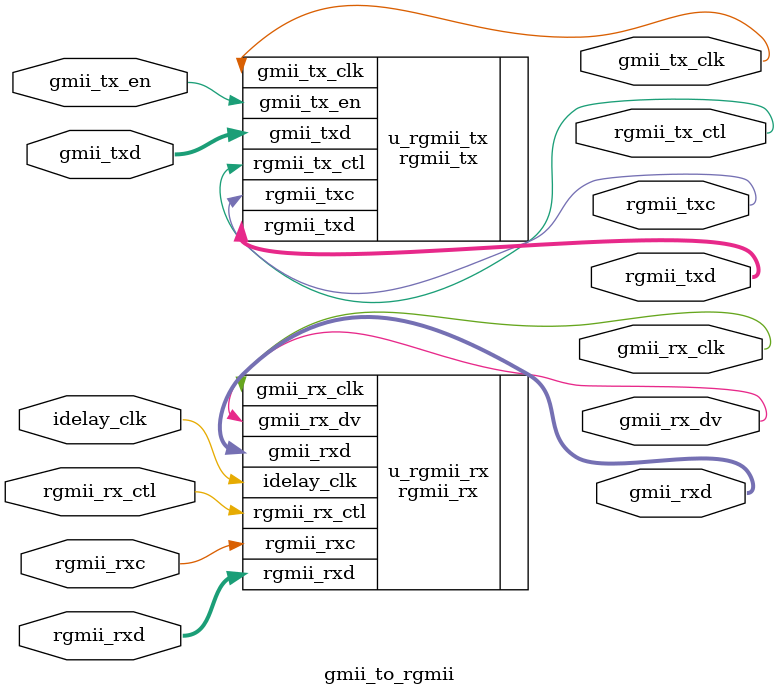
<source format=v>


module gmii_to_rgmii(input idelay_clk,
                     output gmii_rx_clk,
                     output gmii_rx_dv,
                     output [7:0] gmii_rxd,
                     output gmii_tx_clk,
                     input gmii_tx_en,
                     input [7:0] gmii_txd,
                     input rgmii_rxc,
                     input rgmii_rx_ctl,
                     input [3:0] rgmii_rxd,
                     output rgmii_txc,
                     output rgmii_tx_ctl,
                     output [3:0] rgmii_txd);
    
    parameter IDELAY_VALUE = 0;

    assign gmii_rx_clk = gmii_rx_clk;

    rgmii_rx #(
        .IDELAY_VALUE(IDELAY_VALUE)
    )u_rgmii_rx(
        .idelay_clk   (idelay_clk   ),
        .rgmii_rxc    (rgmii_rxc    ),
        .rgmii_rx_ctl (rgmii_rx_ctl ),
        .rgmii_rxd    (rgmii_rxd    ),
        .gmii_rx_clk  (gmii_rx_clk  ),
        .gmii_rx_dv   (gmii_rx_dv   ),
        .gmii_rxd     (gmii_rxd     )
    );
    
    rgmii_tx u_rgmii_tx(
        .gmii_tx_clk  (gmii_tx_clk  ),
        .gmii_tx_en   (gmii_tx_en   ),
        .gmii_txd     (gmii_txd     ),
        .rgmii_txc    (rgmii_txc    ),
        .rgmii_tx_ctl (rgmii_tx_ctl ),
        .rgmii_txd    (rgmii_txd    )
    );
    
    
endmodule

</source>
